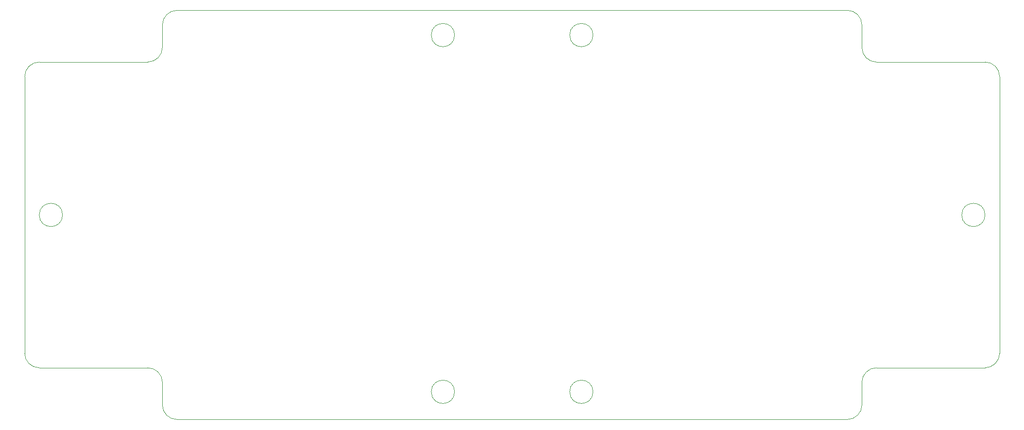
<source format=gm1>
%TF.GenerationSoftware,KiCad,Pcbnew,7.0.10*%
%TF.CreationDate,2024-03-06T21:15:01-05:00*%
%TF.ProjectId,Main_board,4d61696e-5f62-46f6-9172-642e6b696361,1.0.2*%
%TF.SameCoordinates,Original*%
%TF.FileFunction,Profile,NP*%
%FSLAX46Y46*%
G04 Gerber Fmt 4.6, Leading zero omitted, Abs format (unit mm)*
G04 Created by KiCad (PCBNEW 7.0.10) date 2024-03-06 21:15:01*
%MOMM*%
%LPD*%
G01*
G04 APERTURE LIST*
%TA.AperFunction,Profile*%
%ADD10C,0.100000*%
%TD*%
G04 APERTURE END LIST*
D10*
X151130000Y-118999000D02*
G75*
G03*
X153670000Y-116459000I0J2540000D01*
G01*
X278130000Y-172339000D02*
G75*
G03*
X275590000Y-174879000I0J-2540000D01*
G01*
X275590000Y-178816000D02*
X275590000Y-174879000D01*
X151130000Y-118999000D02*
X132207000Y-118999000D01*
X129667000Y-121539000D02*
X129667000Y-169799000D01*
X204597000Y-114300000D02*
G75*
G03*
X200533000Y-114300000I-2032000J0D01*
G01*
X200533000Y-114300000D02*
G75*
G03*
X204597000Y-114300000I2032000J0D01*
G01*
X156210000Y-181356000D02*
X273050000Y-181356000D01*
X297053000Y-145669000D02*
G75*
G03*
X292989000Y-145669000I-2032000J0D01*
G01*
X292989000Y-145669000D02*
G75*
G03*
X297053000Y-145669000I2032000J0D01*
G01*
X228727000Y-176530000D02*
G75*
G03*
X224663000Y-176530000I-2032000J0D01*
G01*
X224663000Y-176530000D02*
G75*
G03*
X228727000Y-176530000I2032000J0D01*
G01*
X299593000Y-169799000D02*
X299593000Y-121539000D01*
X204597000Y-176530000D02*
G75*
G03*
X200533000Y-176530000I-2032000J0D01*
G01*
X200533000Y-176530000D02*
G75*
G03*
X204597000Y-176530000I2032000J0D01*
G01*
X273050000Y-181356000D02*
G75*
G03*
X275590000Y-178816000I0J2540000D01*
G01*
X297053000Y-118999000D02*
X278130000Y-118999000D01*
X275590000Y-112522000D02*
G75*
G03*
X273050000Y-109982000I-2540000J0D01*
G01*
X299593000Y-121539000D02*
G75*
G03*
X297053000Y-118999000I-2540000J0D01*
G01*
X132207000Y-118999000D02*
G75*
G03*
X129667000Y-121539000I0J-2540000D01*
G01*
X136271000Y-145669000D02*
G75*
G03*
X132207000Y-145669000I-2032000J0D01*
G01*
X132207000Y-145669000D02*
G75*
G03*
X136271000Y-145669000I2032000J0D01*
G01*
X153670000Y-112522000D02*
X153670000Y-116459000D01*
X153670000Y-178816000D02*
G75*
G03*
X156210000Y-181356000I2540000J0D01*
G01*
X153670000Y-174879000D02*
X153670000Y-178816000D01*
X275590000Y-116459000D02*
G75*
G03*
X278130000Y-118999000I2540000J0D01*
G01*
X297053000Y-172339000D02*
G75*
G03*
X299593000Y-169799000I0J2540000D01*
G01*
X273050000Y-109982000D02*
X156210000Y-109982000D01*
X153670000Y-174879000D02*
G75*
G03*
X151130000Y-172339000I-2540000J0D01*
G01*
X278130000Y-172339000D02*
X297053000Y-172339000D01*
X156210000Y-109982000D02*
G75*
G03*
X153670000Y-112522000I0J-2540000D01*
G01*
X151130000Y-172339000D02*
X132207000Y-172339000D01*
X228727000Y-114300000D02*
G75*
G03*
X224663000Y-114300000I-2032000J0D01*
G01*
X224663000Y-114300000D02*
G75*
G03*
X228727000Y-114300000I2032000J0D01*
G01*
X129667000Y-169799000D02*
G75*
G03*
X132207000Y-172339000I2540000J0D01*
G01*
X275590000Y-116459000D02*
X275590000Y-112522000D01*
M02*

</source>
